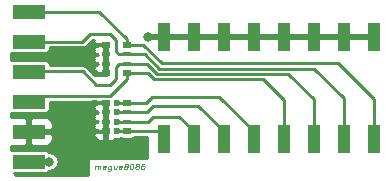
<source format=gbr>
%TF.GenerationSoftware,KiCad,Pcbnew,(5.1.10)-1*%
%TF.CreationDate,2021-08-16T02:03:12+08:00*%
%TF.ProjectId,Pmod-8switch,506d6f64-2d38-4737-9769-7463682e6b69,rev?*%
%TF.SameCoordinates,Original*%
%TF.FileFunction,Copper,L1,Top*%
%TF.FilePolarity,Positive*%
%FSLAX46Y46*%
G04 Gerber Fmt 4.6, Leading zero omitted, Abs format (unit mm)*
G04 Created by KiCad (PCBNEW (5.1.10)-1) date 2021-08-16 02:03:12*
%MOMM*%
%LPD*%
G01*
G04 APERTURE LIST*
%TA.AperFunction,NonConductor*%
%ADD10C,0.100000*%
%TD*%
%TA.AperFunction,SMDPad,CuDef*%
%ADD11R,2.800000X1.200000*%
%TD*%
%TA.AperFunction,SMDPad,CuDef*%
%ADD12R,1.120000X2.440000*%
%TD*%
%TA.AperFunction,SMDPad,CuDef*%
%ADD13R,0.800000X0.500000*%
%TD*%
%TA.AperFunction,SMDPad,CuDef*%
%ADD14R,0.800000X0.400000*%
%TD*%
%TA.AperFunction,ViaPad*%
%ADD15C,0.600000*%
%TD*%
%TA.AperFunction,ViaPad*%
%ADD16C,0.800000*%
%TD*%
%TA.AperFunction,Conductor*%
%ADD17C,0.250000*%
%TD*%
%TA.AperFunction,Conductor*%
%ADD18C,0.500000*%
%TD*%
%TA.AperFunction,Conductor*%
%ADD19C,0.254000*%
%TD*%
%TA.AperFunction,Conductor*%
%ADD20C,0.100000*%
%TD*%
G04 APERTURE END LIST*
D10*
X160157147Y-131442590D02*
X160198814Y-131109257D01*
X160192861Y-131156876D02*
X160219647Y-131133066D01*
X160270242Y-131109257D01*
X160341671Y-131109257D01*
X160386314Y-131133066D01*
X160404171Y-131180685D01*
X160371433Y-131442590D01*
X160404171Y-131180685D02*
X160433933Y-131133066D01*
X160484528Y-131109257D01*
X160555957Y-131109257D01*
X160600600Y-131133066D01*
X160618457Y-131180685D01*
X160585719Y-131442590D01*
X161038100Y-131442590D02*
X161070838Y-131180685D01*
X161052980Y-131133066D01*
X161008338Y-131109257D01*
X160913100Y-131109257D01*
X160862504Y-131133066D01*
X161041076Y-131418780D02*
X160990480Y-131442590D01*
X160871433Y-131442590D01*
X160826790Y-131418780D01*
X160808933Y-131371161D01*
X160814885Y-131323542D01*
X160844647Y-131275923D01*
X160895242Y-131252114D01*
X161014290Y-131252114D01*
X161064885Y-131228304D01*
X161532147Y-131109257D02*
X161481552Y-131514019D01*
X161451790Y-131561638D01*
X161425004Y-131585447D01*
X161374409Y-131609257D01*
X161302980Y-131609257D01*
X161258338Y-131585447D01*
X161493457Y-131418780D02*
X161442861Y-131442590D01*
X161347623Y-131442590D01*
X161302980Y-131418780D01*
X161282147Y-131394971D01*
X161264290Y-131347352D01*
X161282147Y-131204495D01*
X161311909Y-131156876D01*
X161338695Y-131133066D01*
X161389290Y-131109257D01*
X161484528Y-131109257D01*
X161529171Y-131133066D01*
X161984528Y-131109257D02*
X161942861Y-131442590D01*
X161770242Y-131109257D02*
X161737504Y-131371161D01*
X161755361Y-131418780D01*
X161800004Y-131442590D01*
X161871433Y-131442590D01*
X161922028Y-131418780D01*
X161948814Y-131394971D01*
X162395242Y-131442590D02*
X162427980Y-131180685D01*
X162410123Y-131133066D01*
X162365480Y-131109257D01*
X162270242Y-131109257D01*
X162219647Y-131133066D01*
X162398219Y-131418780D02*
X162347623Y-131442590D01*
X162228576Y-131442590D01*
X162183933Y-131418780D01*
X162166076Y-131371161D01*
X162172028Y-131323542D01*
X162201790Y-131275923D01*
X162252385Y-131252114D01*
X162371433Y-131252114D01*
X162422028Y-131228304D01*
X162740480Y-131156876D02*
X162695838Y-131133066D01*
X162675004Y-131109257D01*
X162657147Y-131061638D01*
X162660123Y-131037828D01*
X162689885Y-130990209D01*
X162716671Y-130966400D01*
X162767266Y-130942590D01*
X162862504Y-130942590D01*
X162907147Y-130966400D01*
X162927980Y-130990209D01*
X162945838Y-131037828D01*
X162942861Y-131061638D01*
X162913100Y-131109257D01*
X162886314Y-131133066D01*
X162835719Y-131156876D01*
X162740480Y-131156876D01*
X162689885Y-131180685D01*
X162663100Y-131204495D01*
X162633338Y-131252114D01*
X162621433Y-131347352D01*
X162639290Y-131394971D01*
X162660123Y-131418780D01*
X162704766Y-131442590D01*
X162800004Y-131442590D01*
X162850600Y-131418780D01*
X162877385Y-131394971D01*
X162907147Y-131347352D01*
X162919052Y-131252114D01*
X162901195Y-131204495D01*
X162880361Y-131180685D01*
X162835719Y-131156876D01*
X163267266Y-130942590D02*
X163314885Y-130942590D01*
X163359528Y-130966400D01*
X163380361Y-130990209D01*
X163398219Y-131037828D01*
X163410123Y-131133066D01*
X163395242Y-131252114D01*
X163359528Y-131347352D01*
X163329766Y-131394971D01*
X163302980Y-131418780D01*
X163252385Y-131442590D01*
X163204766Y-131442590D01*
X163160123Y-131418780D01*
X163139290Y-131394971D01*
X163121433Y-131347352D01*
X163109528Y-131252114D01*
X163124409Y-131133066D01*
X163160123Y-131037828D01*
X163189885Y-130990209D01*
X163216671Y-130966400D01*
X163267266Y-130942590D01*
X163692861Y-131156876D02*
X163648219Y-131133066D01*
X163627385Y-131109257D01*
X163609528Y-131061638D01*
X163612504Y-131037828D01*
X163642266Y-130990209D01*
X163669052Y-130966400D01*
X163719647Y-130942590D01*
X163814885Y-130942590D01*
X163859528Y-130966400D01*
X163880361Y-130990209D01*
X163898219Y-131037828D01*
X163895242Y-131061638D01*
X163865480Y-131109257D01*
X163838695Y-131133066D01*
X163788100Y-131156876D01*
X163692861Y-131156876D01*
X163642266Y-131180685D01*
X163615480Y-131204495D01*
X163585719Y-131252114D01*
X163573814Y-131347352D01*
X163591671Y-131394971D01*
X163612504Y-131418780D01*
X163657147Y-131442590D01*
X163752385Y-131442590D01*
X163802980Y-131418780D01*
X163829766Y-131394971D01*
X163859528Y-131347352D01*
X163871433Y-131252114D01*
X163853576Y-131204495D01*
X163832742Y-131180685D01*
X163788100Y-131156876D01*
X164338695Y-130942590D02*
X164243457Y-130942590D01*
X164192861Y-130966400D01*
X164166076Y-130990209D01*
X164109528Y-131061638D01*
X164073814Y-131156876D01*
X164050004Y-131347352D01*
X164067861Y-131394971D01*
X164088695Y-131418780D01*
X164133338Y-131442590D01*
X164228576Y-131442590D01*
X164279171Y-131418780D01*
X164305957Y-131394971D01*
X164335719Y-131347352D01*
X164350600Y-131228304D01*
X164332742Y-131180685D01*
X164311909Y-131156876D01*
X164267266Y-131133066D01*
X164172028Y-131133066D01*
X164121433Y-131156876D01*
X164094647Y-131180685D01*
X164064885Y-131228304D01*
D11*
%TO.P,PMOD1,1*%
%TO.N,IO0*%
X154533600Y-118071900D03*
%TO.P,PMOD1,2*%
%TO.N,IO1*%
X154533600Y-120611900D03*
%TO.P,PMOD1,3*%
%TO.N,IO2*%
X154533600Y-123151900D03*
%TO.P,PMOD1,4*%
%TO.N,IO3*%
X154533600Y-125691900D03*
%TO.P,PMOD1,5*%
%TO.N,GND*%
X154533600Y-128231900D03*
%TO.P,PMOD1,6*%
%TO.N,+3V3*%
X154533600Y-130771900D03*
%TD*%
D12*
%TO.P,SW1,16*%
%TO.N,+3V3*%
X165963600Y-120243900D03*
%TO.P,SW1,8*%
%TO.N,IO0*%
X183743600Y-128853900D03*
%TO.P,SW1,15*%
%TO.N,+3V3*%
X168503600Y-120243900D03*
%TO.P,SW1,7*%
%TO.N,IO1*%
X181203600Y-128853900D03*
%TO.P,SW1,14*%
%TO.N,+3V3*%
X171043600Y-120243900D03*
%TO.P,SW1,6*%
%TO.N,IO2*%
X178663600Y-128853900D03*
%TO.P,SW1,13*%
%TO.N,+3V3*%
X173583600Y-120243900D03*
%TO.P,SW1,5*%
%TO.N,IO3*%
X176123600Y-128853900D03*
%TO.P,SW1,12*%
%TO.N,+3V3*%
X176123600Y-120243900D03*
%TO.P,SW1,4*%
%TO.N,IO4*%
X173583600Y-128853900D03*
%TO.P,SW1,11*%
%TO.N,+3V3*%
X178663600Y-120243900D03*
%TO.P,SW1,3*%
%TO.N,IO5*%
X171043600Y-128853900D03*
%TO.P,SW1,10*%
%TO.N,+3V3*%
X181203600Y-120243900D03*
%TO.P,SW1,2*%
%TO.N,IO6*%
X168503600Y-128853900D03*
%TO.P,SW1,9*%
%TO.N,+3V3*%
X183743600Y-120243900D03*
%TO.P,SW1,1*%
%TO.N,IO7*%
X165963600Y-128853900D03*
%TD*%
D13*
%TO.P,RN2,5*%
%TO.N,GND*%
X161050400Y-125792000D03*
D14*
%TO.P,RN2,6*%
X161050400Y-126592000D03*
D13*
%TO.P,RN2,8*%
X161050400Y-128192000D03*
D14*
%TO.P,RN2,7*%
X161050400Y-127392000D03*
D13*
%TO.P,RN2,4*%
%TO.N,IO4*%
X162850400Y-125792000D03*
D14*
%TO.P,RN2,2*%
%TO.N,IO6*%
X162850400Y-127392000D03*
%TO.P,RN2,3*%
%TO.N,IO5*%
X162850400Y-126592000D03*
D13*
%TO.P,RN2,1*%
%TO.N,IO7*%
X162850400Y-128192000D03*
%TD*%
%TO.P,RN1,5*%
%TO.N,GND*%
X161050400Y-120905800D03*
D14*
%TO.P,RN1,6*%
X161050400Y-121705800D03*
D13*
%TO.P,RN1,8*%
X161050400Y-123305800D03*
D14*
%TO.P,RN1,7*%
X161050400Y-122505800D03*
D13*
%TO.P,RN1,4*%
%TO.N,IO0*%
X162850400Y-120905800D03*
D14*
%TO.P,RN1,2*%
%TO.N,IO2*%
X162850400Y-122505800D03*
%TO.P,RN1,3*%
%TO.N,IO1*%
X162850400Y-121705800D03*
D13*
%TO.P,RN1,1*%
%TO.N,IO3*%
X162850400Y-123305800D03*
%TD*%
D15*
%TO.N,IO4*%
X162052000Y-125780800D03*
%TO.N,IO5*%
X162052000Y-126593600D03*
%TO.N,IO6*%
X162052000Y-127393603D03*
%TO.N,IO7*%
X162052000Y-128193800D03*
%TO.N,GND*%
X156768800Y-126949200D03*
X156768800Y-121869200D03*
X156768800Y-129489200D03*
X160121600Y-125841999D03*
X160157142Y-123281458D03*
D16*
%TO.N,+3V3*%
X156298904Y-130771900D03*
X164617400Y-120243600D03*
%TD*%
D17*
%TO.N,IO0*%
X164238200Y-120905800D02*
X165788167Y-122455767D01*
X180723367Y-122455767D02*
X183743600Y-125476000D01*
X162850400Y-120905800D02*
X164238200Y-120905800D01*
X165788167Y-122455767D02*
X180723367Y-122455767D01*
X183743600Y-125476000D02*
X183743600Y-128853900D01*
X160516500Y-118071900D02*
X154533600Y-118071900D01*
X162850400Y-120405800D02*
X160516500Y-118071900D01*
X162850400Y-120905800D02*
X162850400Y-120405800D01*
%TO.N,IO4*%
X170681800Y-125292000D02*
X173583600Y-128193800D01*
X164979200Y-125292000D02*
X170681800Y-125292000D01*
X164479200Y-125792000D02*
X164979200Y-125292000D01*
X173583600Y-128193800D02*
X173583600Y-128853900D01*
X162850400Y-125792000D02*
X164479200Y-125792000D01*
X162850400Y-125792000D02*
X162063200Y-125792000D01*
X162063200Y-125792000D02*
X162052000Y-125780800D01*
%TO.N,IO5*%
X171043600Y-128219200D02*
X171043600Y-128853900D01*
X168916400Y-126092000D02*
X171043600Y-128219200D01*
X165093600Y-126092000D02*
X168916400Y-126092000D01*
X164592000Y-126593600D02*
X165093600Y-126092000D01*
X162852000Y-126593600D02*
X164592000Y-126593600D01*
X162850400Y-126592000D02*
X162852000Y-126593600D01*
X162053600Y-126592000D02*
X162052000Y-126593600D01*
X162850400Y-126592000D02*
X162053600Y-126592000D01*
%TO.N,IO6*%
X168503600Y-128219200D02*
X168503600Y-128853900D01*
X167259000Y-126974600D02*
X168503600Y-128219200D01*
X165074600Y-126974600D02*
X167259000Y-126974600D01*
X164657200Y-127392000D02*
X165074600Y-126974600D01*
X162850400Y-127392000D02*
X164657200Y-127392000D01*
X162053603Y-127392000D02*
X162052000Y-127393603D01*
X162850400Y-127392000D02*
X162053603Y-127392000D01*
%TO.N,IO7*%
X165963600Y-128371600D02*
X165963600Y-128853900D01*
X165784000Y-128192000D02*
X165963600Y-128371600D01*
X162850400Y-128192000D02*
X165784000Y-128192000D01*
X162053800Y-128192000D02*
X162052000Y-128193800D01*
X162850400Y-128192000D02*
X162053800Y-128192000D01*
%TO.N,GND*%
X160171599Y-125792000D02*
X160121600Y-125841999D01*
X161050400Y-125792000D02*
X160171599Y-125792000D01*
X161026058Y-123281458D02*
X161050400Y-123305800D01*
X160157142Y-123281458D02*
X161026058Y-123281458D01*
X161050400Y-125792000D02*
X161050400Y-128192000D01*
D18*
%TO.N,+3V3*%
X154533600Y-130771900D02*
X156298904Y-130771900D01*
X183743600Y-120243900D02*
X165963600Y-120243900D01*
X164617700Y-120243900D02*
X164617400Y-120243600D01*
X165963600Y-120243900D02*
X164617700Y-120243900D01*
D17*
%TO.N,IO1*%
X164401790Y-121705800D02*
X165601768Y-122905778D01*
X162850400Y-121705800D02*
X164401790Y-121705800D01*
X165601768Y-122905778D02*
X178709578Y-122905778D01*
X178709578Y-122905778D02*
X181203600Y-125399800D01*
X181203600Y-125399800D02*
X181203600Y-127383900D01*
X181203600Y-127383900D02*
X181203600Y-128853900D01*
X159740600Y-119964200D02*
X159092900Y-120611900D01*
X161467800Y-119964200D02*
X159740600Y-119964200D01*
X161950400Y-120446800D02*
X161467800Y-119964200D01*
X159092900Y-120611900D02*
X154533600Y-120611900D01*
X161950400Y-121462800D02*
X161950400Y-120446800D01*
X162193400Y-121705800D02*
X161950400Y-121462800D01*
X162850400Y-121705800D02*
X162193400Y-121705800D01*
%TO.N,IO2*%
X178663600Y-125501400D02*
X178663600Y-128853900D01*
X176517989Y-123355789D02*
X178663600Y-125501400D01*
X164565379Y-122505800D02*
X165415368Y-123355789D01*
X162850400Y-122505800D02*
X164565379Y-122505800D01*
X165415368Y-123355789D02*
X176517989Y-123355789D01*
X159131000Y-123139200D02*
X154546300Y-123139200D01*
X160248600Y-124256800D02*
X159131000Y-123139200D01*
X161950400Y-123748800D02*
X161442400Y-124256800D01*
X161950400Y-122755800D02*
X161950400Y-123748800D01*
X161442400Y-124256800D02*
X160248600Y-124256800D01*
X162200400Y-122505800D02*
X161950400Y-122755800D01*
X154546300Y-123139200D02*
X154533600Y-123151900D01*
X162850400Y-122505800D02*
X162200400Y-122505800D01*
%TO.N,IO3*%
X176123600Y-125526800D02*
X176123600Y-128853900D01*
X174402600Y-123805800D02*
X176123600Y-125526800D01*
X165182400Y-123805800D02*
X174402600Y-123805800D01*
X164682400Y-123305800D02*
X165182400Y-123805800D01*
X162850400Y-123305800D02*
X164682400Y-123305800D01*
X155008501Y-125216999D02*
X154533600Y-125691900D01*
X161439201Y-125216999D02*
X155008501Y-125216999D01*
X162850400Y-123805800D02*
X161439201Y-125216999D01*
X162850400Y-123305800D02*
X162850400Y-123805800D01*
%TD*%
D19*
%TO.N,GND*%
X161197400Y-125895750D02*
X161178150Y-125915000D01*
X161177400Y-125915000D01*
X161177400Y-126519000D01*
X161178150Y-126519000D01*
X161197400Y-126538250D01*
X161197400Y-126665000D01*
X161177400Y-126665000D01*
X161177400Y-127319000D01*
X161197400Y-127319000D01*
X161197400Y-127445750D01*
X161178150Y-127465000D01*
X161177400Y-127465000D01*
X161177400Y-128069000D01*
X161178150Y-128069000D01*
X161197400Y-128088250D01*
X161197400Y-128315000D01*
X161177400Y-128315000D01*
X161177400Y-128918250D01*
X161336150Y-129077000D01*
X161436286Y-129079916D01*
X161561008Y-129070412D01*
X161681480Y-129036759D01*
X161793072Y-128980249D01*
X161891494Y-128903055D01*
X161925837Y-128863046D01*
X161984927Y-128874800D01*
X162119073Y-128874800D01*
X162250640Y-128848629D01*
X162346913Y-128808751D01*
X162375711Y-128817487D01*
X162450400Y-128824843D01*
X163250400Y-128824843D01*
X163325089Y-128817487D01*
X163396908Y-128795701D01*
X163463096Y-128760322D01*
X163521111Y-128712711D01*
X163533184Y-128698000D01*
X164566600Y-128698000D01*
X164566600Y-130450400D01*
X159605999Y-130450400D01*
X159605999Y-131929200D01*
X153769722Y-131929200D01*
X153606998Y-131913245D01*
X153473089Y-131872815D01*
X153349586Y-131807148D01*
X153285332Y-131754743D01*
X155933600Y-131754743D01*
X156008289Y-131747387D01*
X156080108Y-131725601D01*
X156146296Y-131690222D01*
X156204311Y-131642611D01*
X156251922Y-131584596D01*
X156268864Y-131552900D01*
X156375826Y-131552900D01*
X156526713Y-131522887D01*
X156668846Y-131464013D01*
X156796763Y-131378542D01*
X156905546Y-131269759D01*
X156991017Y-131141842D01*
X157049891Y-130999709D01*
X157079904Y-130848822D01*
X157079904Y-130694978D01*
X157049891Y-130544091D01*
X156991017Y-130401958D01*
X156905546Y-130274041D01*
X156796763Y-130165258D01*
X156668846Y-130079787D01*
X156526713Y-130020913D01*
X156375826Y-129990900D01*
X156268864Y-129990900D01*
X156251922Y-129959204D01*
X156204311Y-129901189D01*
X156146296Y-129853578D01*
X156080108Y-129818199D01*
X156008289Y-129796413D01*
X155933600Y-129789057D01*
X153133600Y-129789057D01*
X153058911Y-129796413D01*
X153027200Y-129806032D01*
X153027200Y-129459493D01*
X153133600Y-129469972D01*
X154247850Y-129466900D01*
X154406600Y-129308150D01*
X154406600Y-128358900D01*
X154660600Y-128358900D01*
X154660600Y-129308150D01*
X154819350Y-129466900D01*
X155933600Y-129469972D01*
X156058082Y-129457712D01*
X156177780Y-129421402D01*
X156288094Y-129362437D01*
X156384785Y-129283085D01*
X156464137Y-129186394D01*
X156523102Y-129076080D01*
X156559412Y-128956382D01*
X156571672Y-128831900D01*
X156568600Y-128517650D01*
X156524700Y-128473750D01*
X160015400Y-128473750D01*
X160027495Y-128580294D01*
X160066444Y-128699160D01*
X160127834Y-128808143D01*
X160209306Y-128903055D01*
X160307728Y-128980249D01*
X160419320Y-129036759D01*
X160539792Y-129070412D01*
X160664514Y-129079916D01*
X160764650Y-129077000D01*
X160923400Y-128918250D01*
X160923400Y-128315000D01*
X160174150Y-128315000D01*
X160015400Y-128473750D01*
X156524700Y-128473750D01*
X156409850Y-128358900D01*
X154660600Y-128358900D01*
X154406600Y-128358900D01*
X154386600Y-128358900D01*
X154386600Y-128104900D01*
X154406600Y-128104900D01*
X154406600Y-127155650D01*
X154660600Y-127155650D01*
X154660600Y-128104900D01*
X156409850Y-128104900D01*
X156568600Y-127946150D01*
X156571672Y-127631900D01*
X156559412Y-127507418D01*
X156523102Y-127387720D01*
X156464137Y-127277406D01*
X156384785Y-127180715D01*
X156288094Y-127101363D01*
X156177780Y-127042398D01*
X156058082Y-127006088D01*
X155933600Y-126993828D01*
X154819350Y-126996900D01*
X154660600Y-127155650D01*
X154406600Y-127155650D01*
X154247850Y-126996900D01*
X153133600Y-126993828D01*
X153027200Y-127004307D01*
X153027200Y-126657768D01*
X153058911Y-126667387D01*
X153133600Y-126674743D01*
X155933600Y-126674743D01*
X156008289Y-126667387D01*
X156080108Y-126645601D01*
X156146296Y-126610222D01*
X156204311Y-126562611D01*
X156251922Y-126504596D01*
X156287301Y-126438408D01*
X156309087Y-126366589D01*
X156316443Y-126291900D01*
X156316443Y-126073750D01*
X160015400Y-126073750D01*
X160027495Y-126180294D01*
X160039523Y-126217000D01*
X160027495Y-126253706D01*
X160015400Y-126360250D01*
X160174150Y-126519000D01*
X160229636Y-126519000D01*
X160307728Y-126580249D01*
X160380301Y-126617000D01*
X160307728Y-126653751D01*
X160293386Y-126665000D01*
X160174150Y-126665000D01*
X160015400Y-126823750D01*
X160027495Y-126930294D01*
X160047714Y-126992000D01*
X160027495Y-127053706D01*
X160015400Y-127160250D01*
X160174150Y-127319000D01*
X160293386Y-127319000D01*
X160307728Y-127330249D01*
X160380301Y-127367000D01*
X160307728Y-127403751D01*
X160229636Y-127465000D01*
X160174150Y-127465000D01*
X160015400Y-127623750D01*
X160027495Y-127730294D01*
X160039523Y-127767000D01*
X160027495Y-127803706D01*
X160015400Y-127910250D01*
X160174150Y-128069000D01*
X160229636Y-128069000D01*
X160307728Y-128130249D01*
X160419320Y-128186759D01*
X160539792Y-128220412D01*
X160664514Y-128229916D01*
X160764650Y-128227000D01*
X160922650Y-128069000D01*
X160923400Y-128069000D01*
X160923400Y-127465000D01*
X160922650Y-127465000D01*
X160824650Y-127367000D01*
X160872650Y-127319000D01*
X160923400Y-127319000D01*
X160923400Y-126665000D01*
X160872650Y-126665000D01*
X160824650Y-126617000D01*
X160922650Y-126519000D01*
X160923400Y-126519000D01*
X160923400Y-125915000D01*
X160922650Y-125915000D01*
X160764650Y-125757000D01*
X160664514Y-125754084D01*
X160539792Y-125763588D01*
X160419320Y-125797241D01*
X160307728Y-125853751D01*
X160229636Y-125915000D01*
X160174150Y-125915000D01*
X160015400Y-126073750D01*
X156316443Y-126073750D01*
X156316443Y-125722999D01*
X161197400Y-125722999D01*
X161197400Y-125895750D01*
%TA.AperFunction,Conductor*%
D20*
G36*
X161197400Y-125895750D02*
G01*
X161178150Y-125915000D01*
X161177400Y-125915000D01*
X161177400Y-126519000D01*
X161178150Y-126519000D01*
X161197400Y-126538250D01*
X161197400Y-126665000D01*
X161177400Y-126665000D01*
X161177400Y-127319000D01*
X161197400Y-127319000D01*
X161197400Y-127445750D01*
X161178150Y-127465000D01*
X161177400Y-127465000D01*
X161177400Y-128069000D01*
X161178150Y-128069000D01*
X161197400Y-128088250D01*
X161197400Y-128315000D01*
X161177400Y-128315000D01*
X161177400Y-128918250D01*
X161336150Y-129077000D01*
X161436286Y-129079916D01*
X161561008Y-129070412D01*
X161681480Y-129036759D01*
X161793072Y-128980249D01*
X161891494Y-128903055D01*
X161925837Y-128863046D01*
X161984927Y-128874800D01*
X162119073Y-128874800D01*
X162250640Y-128848629D01*
X162346913Y-128808751D01*
X162375711Y-128817487D01*
X162450400Y-128824843D01*
X163250400Y-128824843D01*
X163325089Y-128817487D01*
X163396908Y-128795701D01*
X163463096Y-128760322D01*
X163521111Y-128712711D01*
X163533184Y-128698000D01*
X164566600Y-128698000D01*
X164566600Y-130450400D01*
X159605999Y-130450400D01*
X159605999Y-131929200D01*
X153769722Y-131929200D01*
X153606998Y-131913245D01*
X153473089Y-131872815D01*
X153349586Y-131807148D01*
X153285332Y-131754743D01*
X155933600Y-131754743D01*
X156008289Y-131747387D01*
X156080108Y-131725601D01*
X156146296Y-131690222D01*
X156204311Y-131642611D01*
X156251922Y-131584596D01*
X156268864Y-131552900D01*
X156375826Y-131552900D01*
X156526713Y-131522887D01*
X156668846Y-131464013D01*
X156796763Y-131378542D01*
X156905546Y-131269759D01*
X156991017Y-131141842D01*
X157049891Y-130999709D01*
X157079904Y-130848822D01*
X157079904Y-130694978D01*
X157049891Y-130544091D01*
X156991017Y-130401958D01*
X156905546Y-130274041D01*
X156796763Y-130165258D01*
X156668846Y-130079787D01*
X156526713Y-130020913D01*
X156375826Y-129990900D01*
X156268864Y-129990900D01*
X156251922Y-129959204D01*
X156204311Y-129901189D01*
X156146296Y-129853578D01*
X156080108Y-129818199D01*
X156008289Y-129796413D01*
X155933600Y-129789057D01*
X153133600Y-129789057D01*
X153058911Y-129796413D01*
X153027200Y-129806032D01*
X153027200Y-129459493D01*
X153133600Y-129469972D01*
X154247850Y-129466900D01*
X154406600Y-129308150D01*
X154406600Y-128358900D01*
X154660600Y-128358900D01*
X154660600Y-129308150D01*
X154819350Y-129466900D01*
X155933600Y-129469972D01*
X156058082Y-129457712D01*
X156177780Y-129421402D01*
X156288094Y-129362437D01*
X156384785Y-129283085D01*
X156464137Y-129186394D01*
X156523102Y-129076080D01*
X156559412Y-128956382D01*
X156571672Y-128831900D01*
X156568600Y-128517650D01*
X156524700Y-128473750D01*
X160015400Y-128473750D01*
X160027495Y-128580294D01*
X160066444Y-128699160D01*
X160127834Y-128808143D01*
X160209306Y-128903055D01*
X160307728Y-128980249D01*
X160419320Y-129036759D01*
X160539792Y-129070412D01*
X160664514Y-129079916D01*
X160764650Y-129077000D01*
X160923400Y-128918250D01*
X160923400Y-128315000D01*
X160174150Y-128315000D01*
X160015400Y-128473750D01*
X156524700Y-128473750D01*
X156409850Y-128358900D01*
X154660600Y-128358900D01*
X154406600Y-128358900D01*
X154386600Y-128358900D01*
X154386600Y-128104900D01*
X154406600Y-128104900D01*
X154406600Y-127155650D01*
X154660600Y-127155650D01*
X154660600Y-128104900D01*
X156409850Y-128104900D01*
X156568600Y-127946150D01*
X156571672Y-127631900D01*
X156559412Y-127507418D01*
X156523102Y-127387720D01*
X156464137Y-127277406D01*
X156384785Y-127180715D01*
X156288094Y-127101363D01*
X156177780Y-127042398D01*
X156058082Y-127006088D01*
X155933600Y-126993828D01*
X154819350Y-126996900D01*
X154660600Y-127155650D01*
X154406600Y-127155650D01*
X154247850Y-126996900D01*
X153133600Y-126993828D01*
X153027200Y-127004307D01*
X153027200Y-126657768D01*
X153058911Y-126667387D01*
X153133600Y-126674743D01*
X155933600Y-126674743D01*
X156008289Y-126667387D01*
X156080108Y-126645601D01*
X156146296Y-126610222D01*
X156204311Y-126562611D01*
X156251922Y-126504596D01*
X156287301Y-126438408D01*
X156309087Y-126366589D01*
X156316443Y-126291900D01*
X156316443Y-126073750D01*
X160015400Y-126073750D01*
X160027495Y-126180294D01*
X160039523Y-126217000D01*
X160027495Y-126253706D01*
X160015400Y-126360250D01*
X160174150Y-126519000D01*
X160229636Y-126519000D01*
X160307728Y-126580249D01*
X160380301Y-126617000D01*
X160307728Y-126653751D01*
X160293386Y-126665000D01*
X160174150Y-126665000D01*
X160015400Y-126823750D01*
X160027495Y-126930294D01*
X160047714Y-126992000D01*
X160027495Y-127053706D01*
X160015400Y-127160250D01*
X160174150Y-127319000D01*
X160293386Y-127319000D01*
X160307728Y-127330249D01*
X160380301Y-127367000D01*
X160307728Y-127403751D01*
X160229636Y-127465000D01*
X160174150Y-127465000D01*
X160015400Y-127623750D01*
X160027495Y-127730294D01*
X160039523Y-127767000D01*
X160027495Y-127803706D01*
X160015400Y-127910250D01*
X160174150Y-128069000D01*
X160229636Y-128069000D01*
X160307728Y-128130249D01*
X160419320Y-128186759D01*
X160539792Y-128220412D01*
X160664514Y-128229916D01*
X160764650Y-128227000D01*
X160922650Y-128069000D01*
X160923400Y-128069000D01*
X160923400Y-127465000D01*
X160922650Y-127465000D01*
X160824650Y-127367000D01*
X160872650Y-127319000D01*
X160923400Y-127319000D01*
X160923400Y-126665000D01*
X160872650Y-126665000D01*
X160824650Y-126617000D01*
X160922650Y-126519000D01*
X160923400Y-126519000D01*
X160923400Y-125915000D01*
X160922650Y-125915000D01*
X160764650Y-125757000D01*
X160664514Y-125754084D01*
X160539792Y-125763588D01*
X160419320Y-125797241D01*
X160307728Y-125853751D01*
X160229636Y-125915000D01*
X160174150Y-125915000D01*
X160015400Y-126073750D01*
X156316443Y-126073750D01*
X156316443Y-125722999D01*
X161197400Y-125722999D01*
X161197400Y-125895750D01*
G37*
%TD.AperFunction*%
D19*
X160027495Y-120517506D02*
X160015400Y-120624050D01*
X160174150Y-120782800D01*
X160923400Y-120782800D01*
X160923400Y-120758800D01*
X161177400Y-120758800D01*
X161177400Y-120782800D01*
X161197400Y-120782800D01*
X161197400Y-121009550D01*
X161178150Y-121028800D01*
X161177400Y-121028800D01*
X161177400Y-121632800D01*
X161178150Y-121632800D01*
X161197400Y-121652050D01*
X161197400Y-121778800D01*
X161177400Y-121778800D01*
X161177400Y-122432800D01*
X161197400Y-122432800D01*
X161197400Y-122559550D01*
X161178150Y-122578800D01*
X161177400Y-122578800D01*
X161177400Y-123182800D01*
X161178150Y-123182800D01*
X161197400Y-123202050D01*
X161197400Y-123428800D01*
X161177400Y-123428800D01*
X161177400Y-123452800D01*
X160923400Y-123452800D01*
X160923400Y-123428800D01*
X160174150Y-123428800D01*
X160155171Y-123447779D01*
X159506376Y-122798985D01*
X159490527Y-122779673D01*
X159413479Y-122716441D01*
X159325575Y-122669455D01*
X159230193Y-122640522D01*
X159155854Y-122633200D01*
X159155846Y-122633200D01*
X159131000Y-122630753D01*
X159106154Y-122633200D01*
X156316443Y-122633200D01*
X156316443Y-122551900D01*
X156309087Y-122477211D01*
X156287301Y-122405392D01*
X156251922Y-122339204D01*
X156204311Y-122281189D01*
X156146296Y-122233578D01*
X156080108Y-122198199D01*
X156008289Y-122176413D01*
X155933600Y-122169057D01*
X153133600Y-122169057D01*
X153058911Y-122176413D01*
X153027200Y-122186032D01*
X153027200Y-121577768D01*
X153058911Y-121587387D01*
X153133600Y-121594743D01*
X155933600Y-121594743D01*
X156008289Y-121587387D01*
X156080108Y-121565601D01*
X156146296Y-121530222D01*
X156204311Y-121482611D01*
X156251922Y-121424596D01*
X156287301Y-121358408D01*
X156309087Y-121286589D01*
X156316443Y-121211900D01*
X156316443Y-121187550D01*
X160015400Y-121187550D01*
X160027495Y-121294094D01*
X160039523Y-121330800D01*
X160027495Y-121367506D01*
X160015400Y-121474050D01*
X160174150Y-121632800D01*
X160229636Y-121632800D01*
X160307728Y-121694049D01*
X160380301Y-121730800D01*
X160307728Y-121767551D01*
X160293386Y-121778800D01*
X160174150Y-121778800D01*
X160015400Y-121937550D01*
X160027495Y-122044094D01*
X160047714Y-122105800D01*
X160027495Y-122167506D01*
X160015400Y-122274050D01*
X160174150Y-122432800D01*
X160293386Y-122432800D01*
X160307728Y-122444049D01*
X160380301Y-122480800D01*
X160307728Y-122517551D01*
X160229636Y-122578800D01*
X160174150Y-122578800D01*
X160015400Y-122737550D01*
X160027495Y-122844094D01*
X160039523Y-122880800D01*
X160027495Y-122917506D01*
X160015400Y-123024050D01*
X160174150Y-123182800D01*
X160229636Y-123182800D01*
X160307728Y-123244049D01*
X160419320Y-123300559D01*
X160539792Y-123334212D01*
X160664514Y-123343716D01*
X160764650Y-123340800D01*
X160922650Y-123182800D01*
X160923400Y-123182800D01*
X160923400Y-122578800D01*
X160922650Y-122578800D01*
X160824650Y-122480800D01*
X160872650Y-122432800D01*
X160923400Y-122432800D01*
X160923400Y-121778800D01*
X160872650Y-121778800D01*
X160824650Y-121730800D01*
X160922650Y-121632800D01*
X160923400Y-121632800D01*
X160923400Y-121028800D01*
X160922650Y-121028800D01*
X160764650Y-120870800D01*
X160664514Y-120867884D01*
X160539792Y-120877388D01*
X160419320Y-120911041D01*
X160307728Y-120967551D01*
X160229636Y-121028800D01*
X160174150Y-121028800D01*
X160015400Y-121187550D01*
X156316443Y-121187550D01*
X156316443Y-121117900D01*
X159068054Y-121117900D01*
X159092900Y-121120347D01*
X159117746Y-121117900D01*
X159117754Y-121117900D01*
X159192093Y-121110578D01*
X159287475Y-121081645D01*
X159375379Y-121034659D01*
X159452427Y-120971427D01*
X159468276Y-120952115D01*
X159950192Y-120470200D01*
X160042996Y-120470200D01*
X160027495Y-120517506D01*
%TA.AperFunction,Conductor*%
D20*
G36*
X160027495Y-120517506D02*
G01*
X160015400Y-120624050D01*
X160174150Y-120782800D01*
X160923400Y-120782800D01*
X160923400Y-120758800D01*
X161177400Y-120758800D01*
X161177400Y-120782800D01*
X161197400Y-120782800D01*
X161197400Y-121009550D01*
X161178150Y-121028800D01*
X161177400Y-121028800D01*
X161177400Y-121632800D01*
X161178150Y-121632800D01*
X161197400Y-121652050D01*
X161197400Y-121778800D01*
X161177400Y-121778800D01*
X161177400Y-122432800D01*
X161197400Y-122432800D01*
X161197400Y-122559550D01*
X161178150Y-122578800D01*
X161177400Y-122578800D01*
X161177400Y-123182800D01*
X161178150Y-123182800D01*
X161197400Y-123202050D01*
X161197400Y-123428800D01*
X161177400Y-123428800D01*
X161177400Y-123452800D01*
X160923400Y-123452800D01*
X160923400Y-123428800D01*
X160174150Y-123428800D01*
X160155171Y-123447779D01*
X159506376Y-122798985D01*
X159490527Y-122779673D01*
X159413479Y-122716441D01*
X159325575Y-122669455D01*
X159230193Y-122640522D01*
X159155854Y-122633200D01*
X159155846Y-122633200D01*
X159131000Y-122630753D01*
X159106154Y-122633200D01*
X156316443Y-122633200D01*
X156316443Y-122551900D01*
X156309087Y-122477211D01*
X156287301Y-122405392D01*
X156251922Y-122339204D01*
X156204311Y-122281189D01*
X156146296Y-122233578D01*
X156080108Y-122198199D01*
X156008289Y-122176413D01*
X155933600Y-122169057D01*
X153133600Y-122169057D01*
X153058911Y-122176413D01*
X153027200Y-122186032D01*
X153027200Y-121577768D01*
X153058911Y-121587387D01*
X153133600Y-121594743D01*
X155933600Y-121594743D01*
X156008289Y-121587387D01*
X156080108Y-121565601D01*
X156146296Y-121530222D01*
X156204311Y-121482611D01*
X156251922Y-121424596D01*
X156287301Y-121358408D01*
X156309087Y-121286589D01*
X156316443Y-121211900D01*
X156316443Y-121187550D01*
X160015400Y-121187550D01*
X160027495Y-121294094D01*
X160039523Y-121330800D01*
X160027495Y-121367506D01*
X160015400Y-121474050D01*
X160174150Y-121632800D01*
X160229636Y-121632800D01*
X160307728Y-121694049D01*
X160380301Y-121730800D01*
X160307728Y-121767551D01*
X160293386Y-121778800D01*
X160174150Y-121778800D01*
X160015400Y-121937550D01*
X160027495Y-122044094D01*
X160047714Y-122105800D01*
X160027495Y-122167506D01*
X160015400Y-122274050D01*
X160174150Y-122432800D01*
X160293386Y-122432800D01*
X160307728Y-122444049D01*
X160380301Y-122480800D01*
X160307728Y-122517551D01*
X160229636Y-122578800D01*
X160174150Y-122578800D01*
X160015400Y-122737550D01*
X160027495Y-122844094D01*
X160039523Y-122880800D01*
X160027495Y-122917506D01*
X160015400Y-123024050D01*
X160174150Y-123182800D01*
X160229636Y-123182800D01*
X160307728Y-123244049D01*
X160419320Y-123300559D01*
X160539792Y-123334212D01*
X160664514Y-123343716D01*
X160764650Y-123340800D01*
X160922650Y-123182800D01*
X160923400Y-123182800D01*
X160923400Y-122578800D01*
X160922650Y-122578800D01*
X160824650Y-122480800D01*
X160872650Y-122432800D01*
X160923400Y-122432800D01*
X160923400Y-121778800D01*
X160872650Y-121778800D01*
X160824650Y-121730800D01*
X160922650Y-121632800D01*
X160923400Y-121632800D01*
X160923400Y-121028800D01*
X160922650Y-121028800D01*
X160764650Y-120870800D01*
X160664514Y-120867884D01*
X160539792Y-120877388D01*
X160419320Y-120911041D01*
X160307728Y-120967551D01*
X160229636Y-121028800D01*
X160174150Y-121028800D01*
X160015400Y-121187550D01*
X156316443Y-121187550D01*
X156316443Y-121117900D01*
X159068054Y-121117900D01*
X159092900Y-121120347D01*
X159117746Y-121117900D01*
X159117754Y-121117900D01*
X159192093Y-121110578D01*
X159287475Y-121081645D01*
X159375379Y-121034659D01*
X159452427Y-120971427D01*
X159468276Y-120952115D01*
X159950192Y-120470200D01*
X160042996Y-120470200D01*
X160027495Y-120517506D01*
G37*
%TD.AperFunction*%
%TD*%
M02*

</source>
